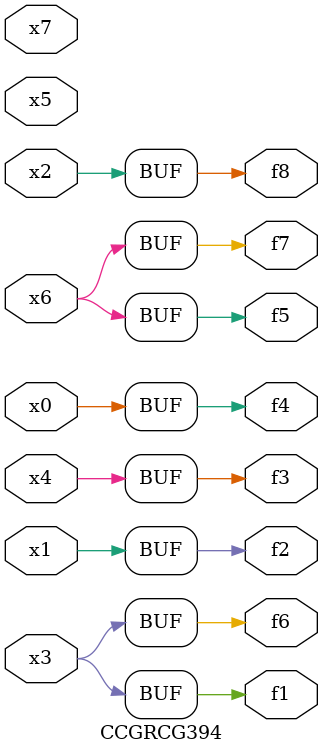
<source format=v>
module CCGRCG394(
	input x0, x1, x2, x3, x4, x5, x6, x7,
	output f1, f2, f3, f4, f5, f6, f7, f8
);
	assign f1 = x3;
	assign f2 = x1;
	assign f3 = x4;
	assign f4 = x0;
	assign f5 = x6;
	assign f6 = x3;
	assign f7 = x6;
	assign f8 = x2;
endmodule

</source>
